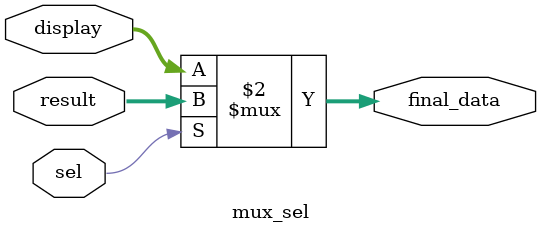
<source format=sv>
module mux_sel(
input logic [7:0]display,
input logic [7:0]result,
input logic sel,
output logic [7:0] final_data

);
assign final_data= (sel==0)?display :result;
endmodule
</source>
